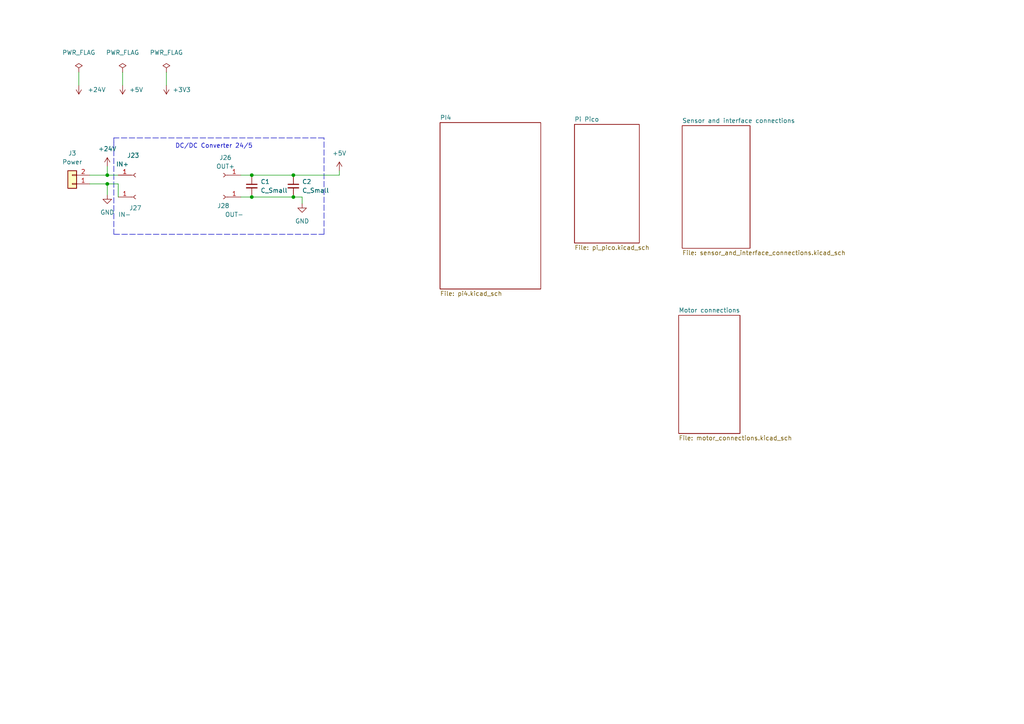
<source format=kicad_sch>
(kicad_sch (version 20211123) (generator eeschema)
  (paper "A4")
  (title_block (title "Landrumower RPi Pico") (rev "1.0"))
  (lib_symbols
    (symbol "Connector:Conn_01x01_Female" (pin_names (offset 1.016) hide)
      (property "Reference" "J" (at 0 2.54 0))
      (property "Value" "Conn_01x01_Female" (at 0 -2.54 0))
      (symbol "Conn_01x01_Female_1_1"
        (polyline (pts (xy -1.27 0) (xy -0.508 0)) (stroke (width 0.1524)))
        (arc (start 0 0.508) (mid -0.508 0) (end 0 -0.508) (stroke (width 0.1524)))
        (pin passive line (at -5.08 0 0) (length 3.81) (name "Pin_1") (number "1"))
      )
    )
    (symbol "Connector_Generic:Conn_01x02" (pin_names (offset 1.016) hide)
      (property "Reference" "J" (at 0 2.54 0))
      (property "Value" "Conn_01x02" (at 0 -5.08 0))
      (symbol "Conn_01x02_1_1"
        (rectangle (start -1.27 -2.413) (end 0 -2.667) (stroke (width 0.1524)))
        (rectangle (start -1.27 0.127) (end 0 -0.127) (stroke (width 0.1524)))
        (rectangle (start -1.27 1.27) (end 1.27 -3.81) (stroke (width 0.254)) (fill (type background)))
        (pin passive line (at -5.08 0 0) (length 3.81) (name "Pin_1") (number "1"))
        (pin passive line (at -5.08 -2.54 0) (length 3.81) (name "Pin_2") (number "2"))
      )
    )
    (symbol "Device:C_Small" (pin_numbers hide) (pin_names (offset 0.254) hide)
      (property "Reference" "C" (at 0.254 1.778 0))
      (property "Value" "C_Small" (at 0.254 -2.032 0))
      (symbol "C_Small_0_1"
        (polyline (pts (xy -1.524 -0.508) (xy 1.524 -0.508)) (stroke (width 0.3302)))
        (polyline (pts (xy -1.524 0.508) (xy 1.524 0.508)) (stroke (width 0.3048)))
      )
      (symbol "C_Small_1_1"
        (pin passive line (at 0 2.54 270) (length 2.032) (name "~") (number "1"))
        (pin passive line (at 0 -2.54 90) (length 2.032) (name "~") (number "2"))
      )
    )
    (symbol "power:+24V" (power) (pin_names (offset 0))
      (property "Value" "+24V" (at 0 3.556 0))
      (symbol "+24V_0_1"
        (polyline (pts (xy -0.762 1.27) (xy 0 2.54)))
        (polyline (pts (xy 0 0) (xy 0 2.54)))
        (polyline (pts (xy 0 2.54) (xy 0.762 1.27)))
      )
      (symbol "+24V_1_1"
        (pin power_in line (at 0 0 90) (length 0) hide (name "+24V") (number "1"))
      )
    )
    (symbol "power:+3V3" (power) (pin_names (offset 0))
      (property "Value" "+3V3" (at 0 3.556 0))
      (symbol "+3V3_0_1"
        (polyline (pts (xy -0.762 1.27) (xy 0 2.54)))
        (polyline (pts (xy 0 0) (xy 0 2.54)))
        (polyline (pts (xy 0 2.54) (xy 0.762 1.27)))
      )
      (symbol "+3V3_1_1"
        (pin power_in line (at 0 0 90) (length 0) hide (name "+3V3") (number "1"))
      )
    )
    (symbol "power:+5V" (power) (pin_names (offset 0))
      (property "Value" "+5V" (at 0 3.556 0))
      (symbol "+5V_0_1"
        (polyline (pts (xy -0.762 1.27) (xy 0 2.54)))
        (polyline (pts (xy 0 0) (xy 0 2.54)))
        (polyline (pts (xy 0 2.54) (xy 0.762 1.27)))
      )
      (symbol "+5V_1_1"
        (pin power_in line (at 0 0 90) (length 0) hide (name "+5V") (number "1"))
      )
    )
    (symbol "power:GND" (power) (pin_names (offset 0))
      (property "Value" "GND" (at 0 -3.81 0))
      (symbol "GND_0_1"
        (polyline (pts (xy 0 0) (xy 0 -1.27) (xy 1.27 -1.27) (xy 0 -2.54) (xy -1.27 -1.27) (xy 0 -1.27)))
      )
      (symbol "GND_1_1"
        (pin power_in line (at 0 0 270) (length 0) hide (name "GND") (number "1"))
      )
    )
    (symbol "power:PWR_FLAG" (power) (pin_numbers hide) (pin_names (offset 0) hide)
      (property "Value" "PWR_FLAG" (at 0 3.81 0))
      (symbol "PWR_FLAG_0_0"
        (pin power_out line (at 0 0 90) (length 0) (name "pwr") (number "1"))
      )
      (symbol "PWR_FLAG_0_1"
        (polyline (pts (xy 0 0) (xy 0 1.27) (xy -1.016 1.905) (xy 0 2.54) (xy 1.016 1.905) (xy 0 1.27)))
      )
    )
  )
  (junction (at 31.115 53.34))
  (junction (at 31.115 50.8))
  (junction (at 85.09 50.8))
  (junction (at 73.025 50.8))
  (junction (at 85.09 57.15))
  (junction (at 73.025 57.15))
  (polyline (pts (xy 33.02 41.275) (xy 33.02 67.945)))
  (wire (pts (xy 73.025 50.8) (xy 73.025 51.435)))
  (polyline (pts (xy 33.02 67.945) (xy 93.98 67.945)))
  (wire (pts (xy 31.115 48.26) (xy 31.115 50.8)))
  (wire (pts (xy 31.115 53.34) (xy 31.115 56.515)))
  (polyline (pts (xy 93.98 40.005) (xy 33.02 40.005)))
  (wire (pts (xy 73.025 57.15) (xy 85.09 57.15)))
  (wire (pts (xy 87.63 57.15) (xy 85.09 57.15)))
  (wire (pts (xy 22.86 20.955) (xy 22.86 24.765)))
  (wire (pts (xy 35.56 20.955) (xy 35.56 24.765)))
  (wire (pts (xy 26.035 53.34) (xy 31.115 53.34)))
  (wire (pts (xy 26.035 50.8) (xy 31.115 50.8)))
  (wire (pts (xy 73.025 56.515) (xy 73.025 57.15)))
  (wire (pts (xy 34.29 57.15) (xy 34.29 53.34)))
  (wire (pts (xy 98.425 49.53) (xy 98.425 50.8)))
  (wire (pts (xy 87.63 59.055) (xy 87.63 57.15)))
  (wire (pts (xy 48.26 20.955) (xy 48.26 24.765)))
  (polyline (pts (xy 33.02 40.005) (xy 33.02 41.275)))
  (wire (pts (xy 69.85 57.15) (xy 73.025 57.15)))
  (wire (pts (xy 85.09 56.515) (xy 85.09 57.15)))
  (wire (pts (xy 69.85 50.8) (xy 73.025 50.8)))
  (wire (pts (xy 73.025 50.8) (xy 85.09 50.8)))
  (wire (pts (xy 31.115 50.8) (xy 34.29 50.8)))
  (wire (pts (xy 31.115 53.34) (xy 34.29 53.34)))
  (wire (pts (xy 85.09 50.8) (xy 85.09 51.435)))
  (polyline (pts (xy 93.98 67.945) (xy 93.98 40.005)))
  (wire (pts (xy 85.09 50.8) (xy 98.425 50.8)))
  (text "DC/DC Converter 24/5" (at 50.8 43.18 0) (effects (font (size 1.27 1.27)) (justify left bottom)))
  (symbol (lib_id "power:PWR_FLAG") (at 48.26 20.955 0) (unit 1)
    (property "Reference" "#FLG0103" (effects hide))
    (property "Value" "PWR_FLAG" (at 48.26 15.24 0))
  )
  (symbol (lib_id "Connector:Conn_01x01_Female") (at 39.37 57.15 0) (unit 1)
    (property "Reference" "J27" (at 37.465 60.325 0) (effects (justify left)))
    (property "Value" "IN-" (at 34.29 62.23 0) (effects (justify left)))
    (property "Footprint" "Connector_PinSocket_2.54mm:PinSocket_1x01_P2.54mm_Vertical" (effects hide))
  )
  (symbol (lib_id "power:+24V") (at 22.86 24.765 180) (unit 1)
    (property "Reference" "#PWR0114" (effects hide))
    (property "Value" "+24V" (at 25.4 26.0349 0) (effects (justify right)))
  )
  (symbol (lib_id "power:+5V") (at 35.56 24.765 180) (unit 1)
    (property "Reference" "#PWR0116" (effects hide))
    (property "Value" "+5V" (at 37.465 26.0349 0) (effects (justify right)))
  )
  (symbol (lib_id "power:PWR_FLAG") (at 22.86 20.955 0) (unit 1)
    (property "Reference" "#FLG0102" (effects hide))
    (property "Value" "PWR_FLAG" (at 22.86 15.24 0))
  )
  (symbol (lib_id "power:+24V") (at 31.115 48.26 0) (unit 1)
    (property "Reference" "#PWR01" (effects hide))
    (property "Value" "+24V" (at 31.115 43.18 0))
  )
  (symbol (lib_id "Connector:Conn_01x01_Female") (at 64.77 50.8 180) (unit 1)
    (property "Reference" "J26" (at 65.405 45.72 0))
    (property "Value" "OUT+" (at 65.405 48.26 0))
    (property "Footprint" "Connector_PinSocket_2.54mm:PinSocket_1x01_P2.54mm_Vertical" (effects hide))
  )
  (symbol (lib_id "Connector:Conn_01x01_Female") (at 39.37 50.8 0) (unit 1)
    (property "Reference" "J23" (at 36.83 45.085 0) (effects (justify left)))
    (property "Value" "IN+" (at 33.655 47.625 0) (effects (justify left)))
    (property "Footprint" "Connector_PinSocket_2.54mm:PinSocket_1x01_P2.54mm_Vertical" (effects hide))
  )
  (symbol (lib_id "Device:C_Small") (at 85.09 53.975 0) (unit 1)
    (property "Reference" "C2" (at 87.63 52.7112 0) (effects (justify left)))
    (property "Value" "C_Small" (at 87.63 55.2512 0) (effects (justify left)))
    (property "Footprint" "Capacitor_SMD:C_0805_2012Metric_Pad1.18x1.45mm_HandSolder" (effects hide))
  )
  (symbol (lib_id "power:+3V3") (at 48.26 24.765 180) (unit 1)
    (property "Reference" "#PWR0117" (effects hide))
    (property "Value" "+3V3" (at 52.705 26.035 0))
  )
  (symbol (lib_id "Connector_Generic:Conn_01x02") (at 20.955 53.34 180) (unit 1)
    (property "Reference" "J3" (at 20.955 44.45 0))
    (property "Value" "Power" (at 20.955 46.99 0))
    (property "Footprint" "TerminalBlock:TerminalBlock_Altech_AK300-2_P5.00mm" (effects hide))
  )
  (symbol (lib_id "power:GND") (at 31.115 56.515 0) (unit 1)
    (property "Reference" "#PWR04" (effects hide))
    (property "Value" "GND" (at 31.115 61.595 0))
  )
  (symbol (lib_id "power:GND") (at 87.63 59.055 0) (unit 1)
    (property "Reference" "#PWR0104" (effects hide))
    (property "Value" "GND" (at 87.63 64.135 0))
  )
  (symbol (lib_id "Connector:Conn_01x01_Female") (at 64.77 57.15 180) (unit 1)
    (property "Reference" "J28" (at 64.77 59.69 0))
    (property "Value" "OUT-" (at 67.945 62.23 0))
    (property "Footprint" "Connector_PinSocket_2.54mm:PinSocket_1x01_P2.54mm_Vertical" (effects hide))
  )
  (symbol (lib_id "Device:C_Small") (at 73.025 53.975 0) (unit 1)
    (property "Reference" "C1" (at 75.565 52.7112 0) (effects (justify left)))
    (property "Value" "C_Small" (at 75.565 55.2512 0) (effects (justify left)))
    (property "Footprint" "Capacitor_SMD:C_0805_2012Metric_Pad1.18x1.45mm_HandSolder" (effects hide))
  )
  (symbol (lib_id "power:+5V") (at 98.425 49.53 0) (unit 1)
    (property "Reference" "#PWR03" (effects hide))
    (property "Value" "+5V" (at 98.425 44.45 0))
  )
  (symbol (lib_id "power:PWR_FLAG") (at 35.56 20.955 0) (unit 1)
    (property "Reference" "#FLG0101" (effects hide))
    (property "Value" "PWR_FLAG" (at 35.56 15.24 0))
  )
  (sheet (at 196.85 91.44) (size 17.78 34.29) (stroke (width 0.1524))
    (property "Sheet name" "Motor connections" (at 196.85 90.7284 0) (effects (justify left bottom)))
    (property "Sheet file" "motor_connections.kicad_sch" (at 196.85 126.3146 0) (effects (justify left top)))
  )
  (sheet (at 197.866 36.449) (size 19.685 35.56) (stroke (width 0.1524))
    (property "Sheet name" "Sensor and interface connections" (at 197.866 35.7374 0) (effects (justify left bottom)))
    (property "Sheet file" "sensor_and_interface_connections.kicad_sch" (at 197.866 72.5936 0) (effects (justify left top)))
  )
  (sheet (at 166.624 36.068) (size 18.796 34.417) (stroke (width 0.1524))
    (property "Sheet name" "Pi Pico" (at 166.624 35.3564 0) (effects (justify left bottom)))
    (property "Sheet file" "pi_pico.kicad_sch" (at 166.624 71.0696 0) (effects (justify left top)))
  )
  (sheet (at 127.635 35.56) (size 29.21 48.26) (stroke (width 0.1524))
    (property "Sheet name" "PI4" (at 127.635 34.8484 0) (effects (justify left bottom)))
    (property "Sheet file" "pi4.kicad_sch" (at 127.635 84.4046 0) (effects (justify left top)))
  )
)
</source>
